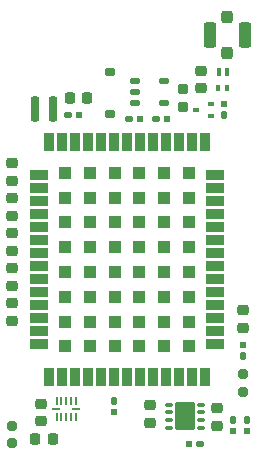
<source format=gbr>
%TF.GenerationSoftware,KiCad,Pcbnew,8.0.8+1*%
%TF.CreationDate,2025-01-21T14:04:38-05:00*%
%TF.ProjectId,gnssBoard,676e7373-426f-4617-9264-2e6b69636164,rev?*%
%TF.SameCoordinates,Original*%
%TF.FileFunction,Paste,Top*%
%TF.FilePolarity,Positive*%
%FSLAX46Y46*%
G04 Gerber Fmt 4.6, Leading zero omitted, Abs format (unit mm)*
G04 Created by KiCad (PCBNEW 8.0.8+1) date 2025-01-21 14:04:38*
%MOMM*%
%LPD*%
G01*
G04 APERTURE LIST*
G04 Aperture macros list*
%AMRoundRect*
0 Rectangle with rounded corners*
0 $1 Rounding radius*
0 $2 $3 $4 $5 $6 $7 $8 $9 X,Y pos of 4 corners*
0 Add a 4 corners polygon primitive as box body*
4,1,4,$2,$3,$4,$5,$6,$7,$8,$9,$2,$3,0*
0 Add four circle primitives for the rounded corners*
1,1,$1+$1,$2,$3*
1,1,$1+$1,$4,$5*
1,1,$1+$1,$6,$7*
1,1,$1+$1,$8,$9*
0 Add four rect primitives between the rounded corners*
20,1,$1+$1,$2,$3,$4,$5,0*
20,1,$1+$1,$4,$5,$6,$7,0*
20,1,$1+$1,$6,$7,$8,$9,0*
20,1,$1+$1,$8,$9,$2,$3,0*%
G04 Aperture macros list end*
%ADD10RoundRect,0.217750X-0.217750X-0.267250X0.217750X-0.267250X0.217750X0.267250X-0.217750X0.267250X0*%
%ADD11RoundRect,0.137500X0.137500X0.152500X-0.137500X0.152500X-0.137500X-0.152500X0.137500X-0.152500X0*%
%ADD12RoundRect,0.145000X0.155000X0.145000X-0.155000X0.145000X-0.155000X-0.145000X0.155000X-0.145000X0*%
%ADD13RoundRect,0.137500X0.262500X0.137500X-0.262500X0.137500X-0.262500X-0.137500X0.262500X-0.137500X0*%
%ADD14RoundRect,0.200000X-0.200000X0.200000X-0.200000X-0.200000X0.200000X-0.200000X0.200000X0.200000X0*%
%ADD15RoundRect,0.137500X0.152500X-0.137500X0.152500X0.137500X-0.152500X0.137500X-0.152500X-0.137500X0*%
%ADD16RoundRect,0.145000X0.145000X-0.155000X0.145000X0.155000X-0.145000X0.155000X-0.145000X-0.155000X0*%
%ADD17RoundRect,0.217750X-0.267250X0.217750X-0.267250X-0.217750X0.267250X-0.217750X0.267250X0.217750X0*%
%ADD18RoundRect,0.050000X0.050000X-0.300000X0.050000X0.300000X-0.050000X0.300000X-0.050000X-0.300000X0*%
%ADD19RoundRect,0.050000X0.300000X0.050000X-0.300000X0.050000X-0.300000X-0.050000X0.300000X-0.050000X0*%
%ADD20RoundRect,0.050000X-0.050000X0.300000X-0.050000X-0.300000X0.050000X-0.300000X0.050000X0.300000X0*%
%ADD21RoundRect,0.050000X-0.300000X-0.050000X0.300000X-0.050000X0.300000X0.050000X-0.300000X0.050000X0*%
%ADD22RoundRect,0.217750X0.267250X-0.217750X0.267250X0.217750X-0.267250X0.217750X-0.267250X-0.217750X0*%
%ADD23R,1.498600X0.812800*%
%ADD24R,0.812800X1.498600*%
%ADD25R,1.092200X1.092200*%
%ADD26RoundRect,0.137500X-0.152500X0.137500X-0.152500X-0.137500X0.152500X-0.137500X0.152500X0.137500X0*%
%ADD27RoundRect,0.145000X-0.145000X0.155000X-0.145000X-0.155000X0.145000X-0.155000X0.145000X0.155000X0*%
%ADD28RoundRect,0.087500X-0.237500X-0.087500X0.237500X-0.087500X0.237500X0.087500X-0.237500X0.087500X0*%
%ADD29RoundRect,0.050000X-0.775000X-1.125000X0.775000X-1.125000X0.775000X1.125000X-0.775000X1.125000X0*%
%ADD30RoundRect,0.190000X0.205000X-0.190000X0.205000X0.190000X-0.205000X0.190000X-0.205000X-0.190000X0*%
%ADD31RoundRect,0.137500X-0.137500X-0.152500X0.137500X-0.152500X0.137500X0.152500X-0.137500X0.152500X0*%
%ADD32RoundRect,0.145000X-0.155000X-0.145000X0.155000X-0.145000X0.155000X0.145000X-0.155000X0.145000X0*%
%ADD33RoundRect,0.205000X-0.259500X0.205000X-0.259500X-0.205000X0.259500X-0.205000X0.259500X0.205000X0*%
%ADD34RoundRect,0.100000X-0.100000X-0.250000X0.100000X-0.250000X0.100000X0.250000X-0.100000X0.250000X0*%
%ADD35RoundRect,0.100000X0.100000X0.150000X-0.100000X0.150000X-0.100000X-0.150000X0.100000X-0.150000X0*%
%ADD36RoundRect,0.100000X0.155000X-0.100000X0.155000X0.100000X-0.155000X0.100000X-0.155000X-0.100000X0*%
%ADD37RoundRect,0.250000X0.250000X0.275000X-0.250000X0.275000X-0.250000X-0.275000X0.250000X-0.275000X0*%
%ADD38RoundRect,0.262500X0.262500X0.837500X-0.262500X0.837500X-0.262500X-0.837500X0.262500X-0.837500X0*%
%ADD39RoundRect,0.217750X0.217750X0.267250X-0.217750X0.267250X-0.217750X-0.267250X0.217750X-0.267250X0*%
%ADD40RoundRect,0.187500X-0.187500X0.875000X-0.187500X-0.875000X0.187500X-0.875000X0.187500X0.875000X0*%
G04 APERTURE END LIST*
D10*
%TO.C,C9*%
X135150000Y-85850000D03*
X136650000Y-85850000D03*
%TD*%
D11*
%TO.C,R12*%
X141140000Y-87600000D03*
D12*
X140185000Y-87600000D03*
%TD*%
D13*
%TO.C,U4*%
X140700000Y-84350000D03*
X140700000Y-85300000D03*
X140700000Y-86250000D03*
X143100000Y-86250000D03*
X143100000Y-84350000D03*
%TD*%
D14*
%TO.C,D1*%
X130250000Y-115050000D03*
X130250000Y-113550000D03*
%TD*%
D15*
%TO.C,R9*%
X149000000Y-113990000D03*
D16*
X149000000Y-113035000D03*
%TD*%
D17*
%TO.C,C1*%
X147625000Y-112050000D03*
X147625000Y-113550000D03*
%TD*%
D18*
%TO.C,U2*%
X134050000Y-112850000D03*
X134450000Y-112850000D03*
X134850000Y-112850000D03*
X135250000Y-112850000D03*
X135650000Y-112850000D03*
D19*
X135700000Y-112150000D03*
D20*
X135650000Y-111450000D03*
X135250000Y-111450000D03*
X134850000Y-111450000D03*
X134450000Y-111450000D03*
X134050000Y-111450000D03*
D21*
X134000000Y-112150000D03*
%TD*%
D11*
%TO.C,R4*%
X135940000Y-87250000D03*
D12*
X134985000Y-87250000D03*
%TD*%
D15*
%TO.C,R11*%
X138900000Y-112390000D03*
D16*
X138900000Y-111435000D03*
%TD*%
D22*
%TO.C,C6*%
X130250000Y-98750000D03*
X130250000Y-97250000D03*
%TD*%
%TO.C,C4*%
X130250000Y-92850000D03*
X130250000Y-91350000D03*
%TD*%
D14*
%TO.C,D4*%
X149850000Y-110700000D03*
X149850000Y-109200000D03*
%TD*%
D23*
%TO.C,U3*%
X147450000Y-106650000D03*
X147450000Y-105550001D03*
X147450000Y-104450000D03*
X147450000Y-103350000D03*
X147450000Y-102250000D03*
X147450000Y-101149999D03*
X147450000Y-100049999D03*
X147450000Y-98950001D03*
X147450000Y-97850001D03*
X147450000Y-96750000D03*
X147450000Y-95650000D03*
X147450000Y-94550000D03*
X147450000Y-93449999D03*
X147450000Y-92349999D03*
D24*
X146599999Y-89550000D03*
X145499999Y-89550000D03*
X144399999Y-89550000D03*
X143300001Y-89550000D03*
X142200001Y-89550000D03*
X141100000Y-89550000D03*
X140000000Y-89550000D03*
X138900000Y-89550000D03*
X137799999Y-89550000D03*
X136699999Y-89550000D03*
X135599999Y-89550000D03*
X134499998Y-89550000D03*
X133399998Y-89550000D03*
D23*
X132550000Y-92349999D03*
X132550000Y-93449999D03*
X132550000Y-94550000D03*
X132550000Y-95650000D03*
X132550000Y-96750000D03*
X132550000Y-97850001D03*
X132550000Y-98950001D03*
X132550000Y-100049999D03*
X132550000Y-101149999D03*
X132550000Y-102250000D03*
X132550000Y-103350000D03*
X132550000Y-104450000D03*
X132550000Y-105550001D03*
X132550000Y-106650001D03*
D24*
X133400001Y-109450000D03*
X134500001Y-109450000D03*
X135600001Y-109450000D03*
X136699999Y-109450000D03*
X137799999Y-109450000D03*
X138900000Y-109450000D03*
X140000000Y-109450000D03*
X141100000Y-109450000D03*
X142200001Y-109450000D03*
X143300001Y-109450000D03*
X144400001Y-109450000D03*
X145500002Y-109450000D03*
X146600002Y-109450000D03*
D25*
X145250000Y-106850000D03*
X143149999Y-106850000D03*
X141050000Y-106850000D03*
X138950000Y-106850000D03*
X136850001Y-106850000D03*
X134750000Y-106850000D03*
X145250000Y-104750000D03*
X143149999Y-104750000D03*
X141050000Y-104750000D03*
X138950000Y-104750000D03*
X136850001Y-104750000D03*
X134750000Y-104750000D03*
X145250000Y-102650000D03*
X143149999Y-102650000D03*
X141050000Y-102650000D03*
X138950000Y-102650000D03*
X136850001Y-102650000D03*
X134750000Y-102650000D03*
X145250000Y-100550000D03*
X143149999Y-100550000D03*
X141050000Y-100550000D03*
X138950000Y-100550000D03*
X136850001Y-100550000D03*
X134750000Y-100550000D03*
X145250000Y-98450000D03*
X143149999Y-98450000D03*
X141050000Y-98450000D03*
X138950000Y-98450000D03*
X136850001Y-98450000D03*
X134750000Y-98450000D03*
X145250000Y-96350000D03*
X143149999Y-96350000D03*
X141050000Y-96350000D03*
X138950000Y-96350000D03*
X136850001Y-96350000D03*
X134750000Y-96350000D03*
X145250000Y-94250000D03*
X143149999Y-94250000D03*
X141050000Y-94250000D03*
X138950000Y-94250000D03*
X136850001Y-94250000D03*
X134750000Y-94250000D03*
X145250000Y-92150000D03*
X143149999Y-92150000D03*
X141050000Y-92150000D03*
X138950000Y-92150000D03*
X136850001Y-92150000D03*
X134750000Y-92150000D03*
%TD*%
D26*
%TO.C,R8*%
X148200000Y-86310000D03*
D27*
X148200000Y-87265000D03*
%TD*%
D17*
%TO.C,C8*%
X130250000Y-103150000D03*
X130250000Y-104650000D03*
%TD*%
D22*
%TO.C,C7*%
X130250000Y-101700000D03*
X130250000Y-100200000D03*
%TD*%
D28*
%TO.C,U1*%
X143575000Y-111775000D03*
X143575000Y-112425000D03*
X143575000Y-113075000D03*
X143575000Y-113725000D03*
X146225000Y-113725000D03*
X146225000Y-113075000D03*
X146225000Y-112425000D03*
X146225000Y-111775000D03*
D29*
X144900000Y-112750000D03*
%TD*%
D30*
%TO.C,D2*%
X138550000Y-83570000D03*
X138550000Y-87180000D03*
%TD*%
D22*
%TO.C,C5*%
X130250000Y-95800000D03*
X130250000Y-94300000D03*
%TD*%
D26*
%TO.C,R6*%
X149850000Y-106710000D03*
D27*
X149850000Y-107665000D03*
%TD*%
D31*
%TO.C,R1*%
X145245000Y-115100000D03*
D32*
X146200000Y-115100000D03*
%TD*%
D33*
%TO.C,R5*%
X144700000Y-85045000D03*
X144700000Y-86555000D03*
%TD*%
D17*
%TO.C,C3*%
X149800000Y-103750000D03*
X149800000Y-105250000D03*
%TD*%
D34*
%TO.C,D3*%
X147800000Y-83575000D03*
X148500000Y-83575000D03*
%TD*%
D35*
%TO.C,L1*%
X148500000Y-85000000D03*
X147700000Y-85000000D03*
%TD*%
D36*
%TO.C,Q1*%
X147150000Y-87300000D03*
X147150000Y-86300000D03*
X145850000Y-86800000D03*
%TD*%
D11*
%TO.C,R10*%
X143390000Y-87600000D03*
D12*
X142435000Y-87600000D03*
%TD*%
D37*
%TO.C,AE1*%
X148500000Y-82025000D03*
D38*
X149975000Y-80500000D03*
D37*
X148500000Y-78975000D03*
D38*
X147025000Y-80500000D03*
%TD*%
D17*
%TO.C,C2*%
X141950000Y-111800000D03*
X141950000Y-113300000D03*
%TD*%
%TO.C,C12*%
X132750000Y-111700000D03*
X132750000Y-113200000D03*
%TD*%
D39*
%TO.C,C11*%
X133700000Y-114700000D03*
X132200000Y-114700000D03*
%TD*%
D15*
%TO.C,R7*%
X150150000Y-113990000D03*
D16*
X150150000Y-113035000D03*
%TD*%
D22*
%TO.C,C10*%
X146300000Y-85000000D03*
X146300000Y-83500000D03*
%TD*%
D40*
%TO.C,BT1*%
X133700000Y-86748750D03*
X132200000Y-86748750D03*
%TD*%
M02*

</source>
